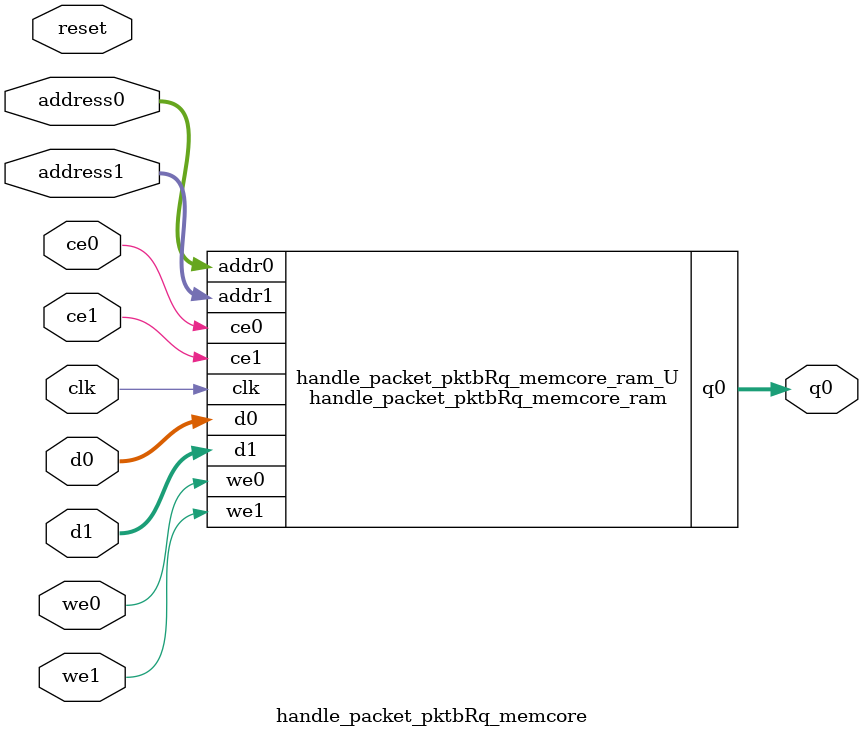
<source format=v>

`timescale 1 ns / 1 ps
module handle_packet_pktbRq_memcore_ram (addr0, ce0, d0, we0, q0, addr1, ce1, d1, we1,  clk);

parameter DWIDTH = 64;
parameter AWIDTH = 3;
parameter MEM_SIZE = 7;

input[AWIDTH-1:0] addr0;
input ce0;
input[DWIDTH-1:0] d0;
input we0;
output reg[DWIDTH-1:0] q0;
input[AWIDTH-1:0] addr1;
input ce1;
input[DWIDTH-1:0] d1;
input we1;
input clk;

(* ram_style = "block" *)reg [DWIDTH-1:0] ram[0:MEM_SIZE-1];




always @(posedge clk)  
begin 
    if (ce0) 
    begin
        if (we0) 
        begin 
            ram[addr0] <= d0; 
            q0 <= d0;
        end 
        else 
            q0 <= ram[addr0];
    end
end


always @(posedge clk)  
begin 
    if (ce1) 
    begin
        if (we1) 
        begin 
            ram[addr1] <= d1; 
        end 
    end
end


endmodule


`timescale 1 ns / 1 ps
module handle_packet_pktbRq_memcore(
    reset,
    clk,
    address0,
    ce0,
    we0,
    d0,
    q0,
    address1,
    ce1,
    we1,
    d1);

parameter DataWidth = 32'd64;
parameter AddressRange = 32'd7;
parameter AddressWidth = 32'd3;
input reset;
input clk;
input[AddressWidth - 1:0] address0;
input ce0;
input we0;
input[DataWidth - 1:0] d0;
output[DataWidth - 1:0] q0;
input[AddressWidth - 1:0] address1;
input ce1;
input we1;
input[DataWidth - 1:0] d1;



handle_packet_pktbRq_memcore_ram handle_packet_pktbRq_memcore_ram_U(
    .clk( clk ),
    .addr0( address0 ),
    .ce0( ce0 ),
    .d0( d0 ),
    .we0( we0 ),
    .q0( q0 ),
    .addr1( address1 ),
    .ce1( ce1 ),
    .d1( d1 ),
    .we1( we1 ));

endmodule


</source>
